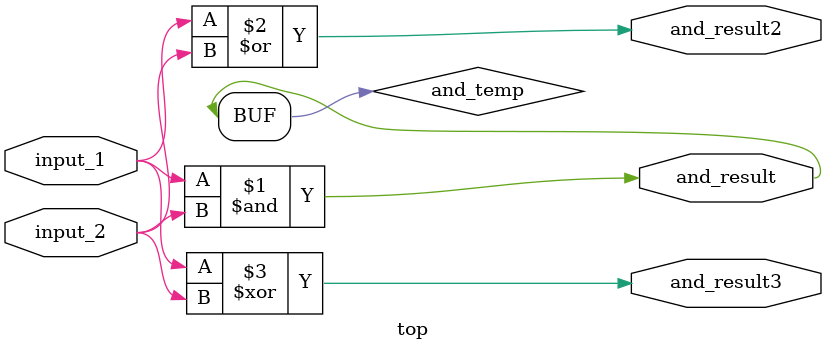
<source format=v>
module top
(
    input_1,
    input_2,
    and_result,
    and_result2,
    and_result3
);

input  input_1;
input  input_2;
output and_result;
output and_result2;
output and_result3;

wire   and_temp;

assign and_temp = input_1 & input_2;

assign and_result = and_temp;
assign and_result2 = input_1 | input_2;
assign and_result3 = input_1 ^ input_2;

endmodule // top

</source>
